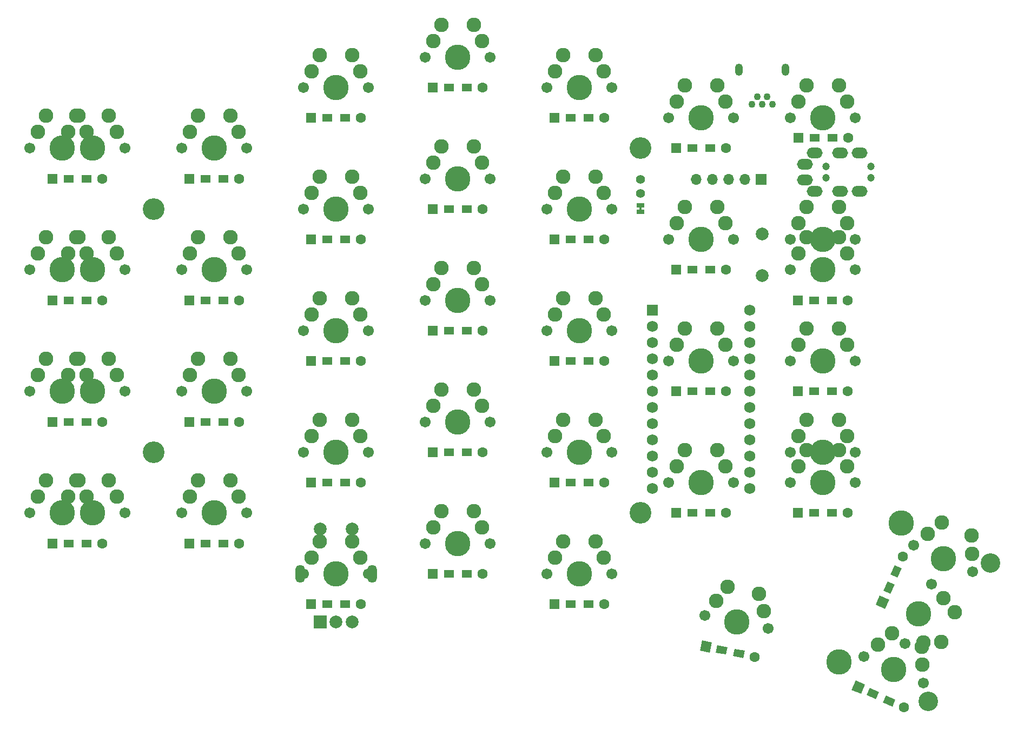
<source format=gbr>
%TF.GenerationSoftware,KiCad,Pcbnew,5.1.10*%
%TF.CreationDate,2021-06-26T14:40:23+02:00*%
%TF.ProjectId,pcb,7063622e-6b69-4636-9164-5f7063625858,rev?*%
%TF.SameCoordinates,Original*%
%TF.FileFunction,Soldermask,Bot*%
%TF.FilePolarity,Negative*%
%FSLAX46Y46*%
G04 Gerber Fmt 4.6, Leading zero omitted, Abs format (unit mm)*
G04 Created by KiCad (PCBNEW 5.1.10) date 2021-06-26 14:40:23*
%MOMM*%
%LPD*%
G01*
G04 APERTURE LIST*
%ADD10R,1.700000X1.700000*%
%ADD11O,1.700000X1.700000*%
%ADD12C,3.400000*%
%ADD13C,2.000000*%
%ADD14O,1.500000X2.800000*%
%ADD15R,2.000000X2.000000*%
%ADD16C,3.048000*%
%ADD17C,3.987800*%
%ADD18C,1.701800*%
%ADD19C,2.286000*%
%ADD20C,0.100000*%
%ADD21C,1.600000*%
%ADD22R,1.600000X1.600000*%
%ADD23R,1.600000X1.200000*%
%ADD24C,1.752600*%
%ADD25R,1.752600X1.752600*%
%ADD26C,1.397000*%
%ADD27O,2.500000X1.700000*%
%ADD28C,1.200000*%
%ADD29R,1.143000X0.635000*%
%ADD30R,0.381000X0.381000*%
%ADD31C,1.100000*%
%ADD32O,1.200000X1.900000*%
G04 APERTURE END LIST*
D10*
%TO.C,J2*%
X147515000Y-88225000D03*
D11*
X144975000Y-88225000D03*
X142435000Y-88225000D03*
X139895000Y-88225000D03*
X137355000Y-88225000D03*
%TD*%
D12*
%TO.C,H4*%
X128587500Y-140493750D03*
%TD*%
%TO.C,H3*%
X52387500Y-92868750D03*
%TD*%
%TO.C,H2*%
X52387500Y-130968750D03*
%TD*%
%TO.C,H1*%
X128587500Y-83343750D03*
%TD*%
D13*
%TO.C,SW42*%
X83462500Y-143018750D03*
X78462500Y-143018750D03*
D14*
X86562500Y-150018750D03*
X75362500Y-150018750D03*
D13*
X83462500Y-157518750D03*
X80962500Y-157518750D03*
D15*
X78462500Y-157518750D03*
%TD*%
D16*
%TO.C,REF\u002A\u002A*%
X183335279Y-148289462D03*
X173617014Y-170014915D03*
D17*
X169423686Y-142066505D03*
X159705421Y-163791959D03*
%TD*%
D18*
%TO.C,SW41*%
X174174319Y-151662802D03*
X170025681Y-160937198D03*
D19*
X175974338Y-153859261D03*
D17*
X172100000Y-156300000D03*
D19*
X175700038Y-160692918D03*
X177774357Y-156055720D03*
X172862860Y-160815058D03*
%TD*%
D20*
%TO.C,D34*%
G36*
X166053908Y-153403121D02*
G01*
X167514443Y-154056450D01*
X166861114Y-155516985D01*
X165400579Y-154863656D01*
X166053908Y-153403121D01*
G37*
D21*
X169642489Y-147339947D03*
D20*
G36*
X167257301Y-151202702D02*
G01*
X168352702Y-151692699D01*
X167699373Y-153153234D01*
X166603972Y-152663237D01*
X167257301Y-151202702D01*
G37*
G36*
X168400627Y-148646766D02*
G01*
X169496028Y-149136763D01*
X168842699Y-150597298D01*
X167747298Y-150107301D01*
X168400627Y-148646766D01*
G37*
%TD*%
%TO.C,D33*%
G36*
X163756045Y-167376910D02*
G01*
X163102716Y-168837445D01*
X161642181Y-168184116D01*
X162295510Y-166723581D01*
X163756045Y-167376910D01*
G37*
D21*
X169819219Y-170965491D03*
D20*
G36*
X165956464Y-168580303D02*
G01*
X165466467Y-169675704D01*
X164005932Y-169022375D01*
X164495929Y-167926974D01*
X165956464Y-168580303D01*
G37*
G36*
X168512400Y-169723629D02*
G01*
X168022403Y-170819030D01*
X166561868Y-170165701D01*
X167051865Y-169070300D01*
X168512400Y-169723629D01*
G37*
%TD*%
D22*
%TO.C,D32*%
X153262500Y-140493750D03*
D21*
X161062500Y-140493750D03*
D23*
X155762500Y-140493750D03*
X158562500Y-140493750D03*
%TD*%
D22*
%TO.C,D31*%
X153262500Y-121443750D03*
D21*
X161062500Y-121443750D03*
D23*
X155762500Y-121443750D03*
X158562500Y-121443750D03*
%TD*%
D22*
%TO.C,D30*%
X153262500Y-107156250D03*
D21*
X161062500Y-107156250D03*
D23*
X155762500Y-107156250D03*
X158562500Y-107156250D03*
%TD*%
D22*
%TO.C,D29*%
X153350000Y-81700000D03*
D21*
X161150000Y-81700000D03*
D23*
X155850000Y-81700000D03*
X158650000Y-81700000D03*
%TD*%
D20*
%TO.C,D28*%
G36*
X139784062Y-160787193D02*
G01*
X139451404Y-162352229D01*
X137886368Y-162019571D01*
X138219026Y-160454535D01*
X139784062Y-160787193D01*
G37*
D21*
X146464767Y-163025094D03*
D20*
G36*
X142187849Y-161502603D02*
G01*
X141938355Y-162676380D01*
X140373319Y-162343721D01*
X140622813Y-161169944D01*
X142187849Y-161502603D01*
G37*
G36*
X144926663Y-162084755D02*
G01*
X144677169Y-163258532D01*
X143112133Y-162925873D01*
X143361627Y-161752096D01*
X144926663Y-162084755D01*
G37*
%TD*%
D22*
%TO.C,D27*%
X134212500Y-140493750D03*
D21*
X142012500Y-140493750D03*
D23*
X136712500Y-140493750D03*
X139512500Y-140493750D03*
%TD*%
D22*
%TO.C,D26*%
X134212500Y-121443750D03*
D21*
X142012500Y-121443750D03*
D23*
X136712500Y-121443750D03*
X139512500Y-121443750D03*
%TD*%
D22*
%TO.C,D25*%
X134212500Y-102393750D03*
D21*
X142012500Y-102393750D03*
D23*
X136712500Y-102393750D03*
X139512500Y-102393750D03*
%TD*%
D22*
%TO.C,D24*%
X134212500Y-83343750D03*
D21*
X142012500Y-83343750D03*
D23*
X136712500Y-83343750D03*
X139512500Y-83343750D03*
%TD*%
D22*
%TO.C,D23*%
X115162500Y-154781250D03*
D21*
X122962500Y-154781250D03*
D23*
X117662500Y-154781250D03*
X120462500Y-154781250D03*
%TD*%
D22*
%TO.C,D22*%
X115162500Y-135731250D03*
D21*
X122962500Y-135731250D03*
D23*
X117662500Y-135731250D03*
X120462500Y-135731250D03*
%TD*%
D22*
%TO.C,D21*%
X115162500Y-116681250D03*
D21*
X122962500Y-116681250D03*
D23*
X117662500Y-116681250D03*
X120462500Y-116681250D03*
%TD*%
D22*
%TO.C,D20*%
X115162500Y-97631250D03*
D21*
X122962500Y-97631250D03*
D23*
X117662500Y-97631250D03*
X120462500Y-97631250D03*
%TD*%
D22*
%TO.C,D19*%
X115162500Y-78581250D03*
D21*
X122962500Y-78581250D03*
D23*
X117662500Y-78581250D03*
X120462500Y-78581250D03*
%TD*%
D22*
%TO.C,D18*%
X96112500Y-150018750D03*
D21*
X103912500Y-150018750D03*
D23*
X98612500Y-150018750D03*
X101412500Y-150018750D03*
%TD*%
D22*
%TO.C,D17*%
X96112500Y-130968750D03*
D21*
X103912500Y-130968750D03*
D23*
X98612500Y-130968750D03*
X101412500Y-130968750D03*
%TD*%
D22*
%TO.C,D16*%
X96112500Y-111918750D03*
D21*
X103912500Y-111918750D03*
D23*
X98612500Y-111918750D03*
X101412500Y-111918750D03*
%TD*%
D22*
%TO.C,D15*%
X96112500Y-92868750D03*
D21*
X103912500Y-92868750D03*
D23*
X98612500Y-92868750D03*
X101412500Y-92868750D03*
%TD*%
D22*
%TO.C,D14*%
X96112500Y-73818750D03*
D21*
X103912500Y-73818750D03*
D23*
X98612500Y-73818750D03*
X101412500Y-73818750D03*
%TD*%
D22*
%TO.C,D13*%
X77062840Y-154781900D03*
D21*
X84862840Y-154781900D03*
D23*
X79562840Y-154781900D03*
X82362840Y-154781900D03*
%TD*%
D22*
%TO.C,D12*%
X77062500Y-135731250D03*
D21*
X84862500Y-135731250D03*
D23*
X79562500Y-135731250D03*
X82362500Y-135731250D03*
%TD*%
D22*
%TO.C,D11*%
X77062500Y-116681250D03*
D21*
X84862500Y-116681250D03*
D23*
X79562500Y-116681250D03*
X82362500Y-116681250D03*
%TD*%
D22*
%TO.C,D10*%
X77062500Y-97631250D03*
D21*
X84862500Y-97631250D03*
D23*
X79562500Y-97631250D03*
X82362500Y-97631250D03*
%TD*%
D22*
%TO.C,D9*%
X77062500Y-78581250D03*
D21*
X84862500Y-78581250D03*
D23*
X79562500Y-78581250D03*
X82362500Y-78581250D03*
%TD*%
D22*
%TO.C,D8*%
X58012500Y-145256250D03*
D21*
X65812500Y-145256250D03*
D23*
X60512500Y-145256250D03*
X63312500Y-145256250D03*
%TD*%
D22*
%TO.C,D7*%
X58012500Y-126206250D03*
D21*
X65812500Y-126206250D03*
D23*
X60512500Y-126206250D03*
X63312500Y-126206250D03*
%TD*%
D22*
%TO.C,D6*%
X58012500Y-107156250D03*
D21*
X65812500Y-107156250D03*
D23*
X60512500Y-107156250D03*
X63312500Y-107156250D03*
%TD*%
D22*
%TO.C,D5*%
X58012500Y-88106250D03*
D21*
X65812500Y-88106250D03*
D23*
X60512500Y-88106250D03*
X63312500Y-88106250D03*
%TD*%
D22*
%TO.C,D4*%
X36581250Y-145256250D03*
D21*
X44381250Y-145256250D03*
D23*
X39081250Y-145256250D03*
X41881250Y-145256250D03*
%TD*%
D22*
%TO.C,D3*%
X36581250Y-126206250D03*
D21*
X44381250Y-126206250D03*
D23*
X39081250Y-126206250D03*
X41881250Y-126206250D03*
%TD*%
D22*
%TO.C,D2*%
X36581250Y-107156250D03*
D21*
X44381250Y-107156250D03*
D23*
X39081250Y-107156250D03*
X41881250Y-107156250D03*
%TD*%
D22*
%TO.C,D1*%
X36581250Y-88106250D03*
D21*
X44381250Y-88106250D03*
D23*
X39081250Y-88106250D03*
X41881250Y-88106250D03*
%TD*%
D13*
%TO.C,RSW1*%
X147638120Y-96762920D03*
X147638120Y-103262920D03*
%TD*%
D24*
%TO.C,U1*%
X145733080Y-108664890D03*
X130493080Y-136604890D03*
X145733080Y-111204890D03*
X145733080Y-113744890D03*
X145733080Y-116284890D03*
X145733080Y-118824890D03*
X145733080Y-121364890D03*
X145733080Y-123904890D03*
X145733080Y-126444890D03*
X145733080Y-128984890D03*
X145733080Y-131524890D03*
X145733080Y-134064890D03*
X145733080Y-136604890D03*
X130493080Y-134064890D03*
X130493080Y-131524890D03*
X130493080Y-128984890D03*
X130493080Y-126444890D03*
X130493080Y-123904890D03*
X130493080Y-121364890D03*
X130493080Y-118824890D03*
X130493080Y-116284890D03*
X130493080Y-113744890D03*
X130493080Y-111204890D03*
D25*
X130493080Y-108664890D03*
%TD*%
D26*
%TO.C,P2*%
X128575000Y-90425000D03*
%TD*%
D27*
%TO.C,U2*%
X154350000Y-85850000D03*
X155850000Y-90050000D03*
X159850000Y-90050000D03*
X162850000Y-90050000D03*
D28*
X157650000Y-87950000D03*
X164650000Y-87950000D03*
D27*
X159850000Y-84100000D03*
X162850000Y-84100000D03*
X154350000Y-88300000D03*
X155850000Y-84100000D03*
D28*
X164650000Y-86200000D03*
X157650000Y-86200000D03*
%TD*%
D18*
%TO.C,SW40*%
X152082500Y-135731250D03*
X162242500Y-135731250D03*
D19*
X153352500Y-133191250D03*
D17*
X157162500Y-135731250D03*
D19*
X159702500Y-130651250D03*
X154622500Y-130651250D03*
X160972500Y-133191250D03*
%TD*%
D18*
%TO.C,SW39*%
X152082500Y-102393750D03*
X162242500Y-102393750D03*
D19*
X153352500Y-99853750D03*
D17*
X157162500Y-102393750D03*
D19*
X159702500Y-97313750D03*
X154622500Y-97313750D03*
X160972500Y-99853750D03*
%TD*%
D18*
%TO.C,SW38*%
X171345337Y-145561819D03*
X180619733Y-149710457D03*
D19*
X173541796Y-143761800D03*
D17*
X175982535Y-147636138D03*
D19*
X180375453Y-144036100D03*
X175738255Y-141961781D03*
X180497593Y-146873278D03*
%TD*%
D18*
%TO.C,SW37*%
X163566642Y-162951310D03*
X172841038Y-167099948D03*
D19*
X165763101Y-161151291D03*
D17*
X168203840Y-165025629D03*
D19*
X172596758Y-161425591D03*
X167959560Y-159351272D03*
X172718898Y-164262769D03*
%TD*%
D18*
%TO.C,SW36*%
X152082500Y-130968750D03*
X162242500Y-130968750D03*
D19*
X153352500Y-128428750D03*
D17*
X157162500Y-130968750D03*
D19*
X159702500Y-125888750D03*
X154622500Y-125888750D03*
X160972500Y-128428750D03*
%TD*%
D18*
%TO.C,SW35*%
X152082500Y-116681250D03*
X162242500Y-116681250D03*
D19*
X153352500Y-114141250D03*
D17*
X157162500Y-116681250D03*
D19*
X159702500Y-111601250D03*
X154622500Y-111601250D03*
X160972500Y-114141250D03*
%TD*%
D18*
%TO.C,SW34*%
X152082500Y-97631250D03*
X162242500Y-97631250D03*
D19*
X153352500Y-95091250D03*
D17*
X157162500Y-97631250D03*
D19*
X159702500Y-92551250D03*
X154622500Y-92551250D03*
X160972500Y-95091250D03*
%TD*%
D18*
%TO.C,SW33*%
X152082500Y-78581250D03*
X162242500Y-78581250D03*
D19*
X153352500Y-76041250D03*
D17*
X157162500Y-78581250D03*
D19*
X159702500Y-73501250D03*
X154622500Y-73501250D03*
X160972500Y-76041250D03*
%TD*%
D18*
%TO.C,SW32*%
X138671181Y-156499619D03*
X148609161Y-158612001D03*
D19*
X140441524Y-154279172D03*
D17*
X143640171Y-157555810D03*
D19*
X147180857Y-153114916D03*
X142211867Y-152058724D03*
X147895009Y-155863459D03*
%TD*%
D18*
%TO.C,SW31*%
X133032500Y-135731250D03*
X143192500Y-135731250D03*
D19*
X134302500Y-133191250D03*
D17*
X138112500Y-135731250D03*
D19*
X140652500Y-130651250D03*
X135572500Y-130651250D03*
X141922500Y-133191250D03*
%TD*%
D18*
%TO.C,SW30*%
X133032500Y-116681250D03*
X143192500Y-116681250D03*
D19*
X134302500Y-114141250D03*
D17*
X138112500Y-116681250D03*
D19*
X140652500Y-111601250D03*
X135572500Y-111601250D03*
X141922500Y-114141250D03*
%TD*%
D18*
%TO.C,SW29*%
X133032500Y-97631250D03*
X143192500Y-97631250D03*
D19*
X134302500Y-95091250D03*
D17*
X138112500Y-97631250D03*
D19*
X140652500Y-92551250D03*
X135572500Y-92551250D03*
X141922500Y-95091250D03*
%TD*%
D18*
%TO.C,SW28*%
X133032500Y-78581250D03*
X143192500Y-78581250D03*
D19*
X134302500Y-76041250D03*
D17*
X138112500Y-78581250D03*
D19*
X140652500Y-73501250D03*
X135572500Y-73501250D03*
X141922500Y-76041250D03*
%TD*%
D18*
%TO.C,SW27*%
X113982500Y-150018750D03*
X124142500Y-150018750D03*
D19*
X115252500Y-147478750D03*
D17*
X119062500Y-150018750D03*
D19*
X121602500Y-144938750D03*
X116522500Y-144938750D03*
X122872500Y-147478750D03*
%TD*%
D18*
%TO.C,SW26*%
X113982500Y-130968750D03*
X124142500Y-130968750D03*
D19*
X115252500Y-128428750D03*
D17*
X119062500Y-130968750D03*
D19*
X121602500Y-125888750D03*
X116522500Y-125888750D03*
X122872500Y-128428750D03*
%TD*%
D18*
%TO.C,SW25*%
X113982500Y-111918750D03*
X124142500Y-111918750D03*
D19*
X115252500Y-109378750D03*
D17*
X119062500Y-111918750D03*
D19*
X121602500Y-106838750D03*
X116522500Y-106838750D03*
X122872500Y-109378750D03*
%TD*%
D18*
%TO.C,SW24*%
X113982500Y-92868750D03*
X124142500Y-92868750D03*
D19*
X115252500Y-90328750D03*
D17*
X119062500Y-92868750D03*
D19*
X121602500Y-87788750D03*
X116522500Y-87788750D03*
X122872500Y-90328750D03*
%TD*%
D18*
%TO.C,SW23*%
X113982500Y-73818750D03*
X124142500Y-73818750D03*
D19*
X115252500Y-71278750D03*
D17*
X119062500Y-73818750D03*
D19*
X121602500Y-68738750D03*
X116522500Y-68738750D03*
X122872500Y-71278750D03*
%TD*%
D18*
%TO.C,SW22*%
X94932500Y-145256250D03*
X105092500Y-145256250D03*
D19*
X96202500Y-142716250D03*
D17*
X100012500Y-145256250D03*
D19*
X102552500Y-140176250D03*
X97472500Y-140176250D03*
X103822500Y-142716250D03*
%TD*%
D18*
%TO.C,SW21*%
X94932500Y-126206250D03*
X105092500Y-126206250D03*
D19*
X96202500Y-123666250D03*
D17*
X100012500Y-126206250D03*
D19*
X102552500Y-121126250D03*
X97472500Y-121126250D03*
X103822500Y-123666250D03*
%TD*%
D18*
%TO.C,SW20*%
X94932500Y-107156250D03*
X105092500Y-107156250D03*
D19*
X96202500Y-104616250D03*
D17*
X100012500Y-107156250D03*
D19*
X102552500Y-102076250D03*
X97472500Y-102076250D03*
X103822500Y-104616250D03*
%TD*%
D18*
%TO.C,SW19*%
X94932500Y-88106250D03*
X105092500Y-88106250D03*
D19*
X96202500Y-85566250D03*
D17*
X100012500Y-88106250D03*
D19*
X102552500Y-83026250D03*
X97472500Y-83026250D03*
X103822500Y-85566250D03*
%TD*%
D18*
%TO.C,SW18*%
X94932500Y-69056250D03*
X105092500Y-69056250D03*
D19*
X96202500Y-66516250D03*
D17*
X100012500Y-69056250D03*
D19*
X102552500Y-63976250D03*
X97472500Y-63976250D03*
X103822500Y-66516250D03*
%TD*%
D18*
%TO.C,SW17*%
X75882500Y-150018750D03*
X86042500Y-150018750D03*
D19*
X77152500Y-147478750D03*
D17*
X80962500Y-150018750D03*
D19*
X83502500Y-144938750D03*
X78422500Y-144938750D03*
X84772500Y-147478750D03*
%TD*%
D18*
%TO.C,SW16*%
X75882500Y-130968750D03*
X86042500Y-130968750D03*
D19*
X77152500Y-128428750D03*
D17*
X80962500Y-130968750D03*
D19*
X83502500Y-125888750D03*
X78422500Y-125888750D03*
X84772500Y-128428750D03*
%TD*%
D18*
%TO.C,SW15*%
X75882500Y-111918750D03*
X86042500Y-111918750D03*
D19*
X77152500Y-109378750D03*
D17*
X80962500Y-111918750D03*
D19*
X83502500Y-106838750D03*
X78422500Y-106838750D03*
X84772500Y-109378750D03*
%TD*%
D18*
%TO.C,SW14*%
X75882500Y-92868750D03*
X86042500Y-92868750D03*
D19*
X77152500Y-90328750D03*
D17*
X80962500Y-92868750D03*
D19*
X83502500Y-87788750D03*
X78422500Y-87788750D03*
X84772500Y-90328750D03*
%TD*%
D18*
%TO.C,SW13*%
X75882500Y-73818750D03*
X86042500Y-73818750D03*
D19*
X77152500Y-71278750D03*
D17*
X80962500Y-73818750D03*
D19*
X83502500Y-68738750D03*
X78422500Y-68738750D03*
X84772500Y-71278750D03*
%TD*%
D18*
%TO.C,SW12*%
X56832500Y-140493750D03*
X66992500Y-140493750D03*
D19*
X58102500Y-137953750D03*
D17*
X61912500Y-140493750D03*
D19*
X64452500Y-135413750D03*
X59372500Y-135413750D03*
X65722500Y-137953750D03*
%TD*%
D18*
%TO.C,SW11*%
X56832500Y-121443750D03*
X66992500Y-121443750D03*
D19*
X58102500Y-118903750D03*
D17*
X61912500Y-121443750D03*
D19*
X64452500Y-116363750D03*
X59372500Y-116363750D03*
X65722500Y-118903750D03*
%TD*%
D18*
%TO.C,SW10*%
X56832500Y-102393750D03*
X66992500Y-102393750D03*
D19*
X58102500Y-99853750D03*
D17*
X61912500Y-102393750D03*
D19*
X64452500Y-97313750D03*
X59372500Y-97313750D03*
X65722500Y-99853750D03*
%TD*%
D18*
%TO.C,SW9*%
X56832500Y-83343750D03*
X66992500Y-83343750D03*
D19*
X58102500Y-80803750D03*
D17*
X61912500Y-83343750D03*
D19*
X64452500Y-78263750D03*
X59372500Y-78263750D03*
X65722500Y-80803750D03*
%TD*%
D18*
%TO.C,SW8*%
X37782500Y-140493750D03*
X47942500Y-140493750D03*
D19*
X39052500Y-137953750D03*
D17*
X42862500Y-140493750D03*
D19*
X45402500Y-135413750D03*
X40322500Y-135413750D03*
X46672500Y-137953750D03*
%TD*%
D18*
%TO.C,SW7*%
X37782500Y-121443750D03*
X47942500Y-121443750D03*
D19*
X39052500Y-118903750D03*
D17*
X42862500Y-121443750D03*
D19*
X45402500Y-116363750D03*
X40322500Y-116363750D03*
X46672500Y-118903750D03*
%TD*%
D18*
%TO.C,SW6*%
X37782500Y-102393750D03*
X47942500Y-102393750D03*
D19*
X39052500Y-99853750D03*
D17*
X42862500Y-102393750D03*
D19*
X45402500Y-97313750D03*
X40322500Y-97313750D03*
X46672500Y-99853750D03*
%TD*%
D18*
%TO.C,SW5*%
X37782500Y-83343750D03*
X47942500Y-83343750D03*
D19*
X39052500Y-80803750D03*
D17*
X42862500Y-83343750D03*
D19*
X45402500Y-78263750D03*
X40322500Y-78263750D03*
X46672500Y-80803750D03*
%TD*%
D18*
%TO.C,SW4*%
X33020000Y-140493750D03*
X43180000Y-140493750D03*
D19*
X34290000Y-137953750D03*
D17*
X38100000Y-140493750D03*
D19*
X40640000Y-135413750D03*
X35560000Y-135413750D03*
X41910000Y-137953750D03*
%TD*%
D18*
%TO.C,SW3*%
X33020000Y-121443750D03*
X43180000Y-121443750D03*
D19*
X34290000Y-118903750D03*
D17*
X38100000Y-121443750D03*
D19*
X40640000Y-116363750D03*
X35560000Y-116363750D03*
X41910000Y-118903750D03*
%TD*%
D18*
%TO.C,SW2*%
X33020000Y-102393750D03*
X43180000Y-102393750D03*
D19*
X34290000Y-99853750D03*
D17*
X38100000Y-102393750D03*
D19*
X40640000Y-97313750D03*
X35560000Y-97313750D03*
X41910000Y-99853750D03*
%TD*%
D18*
%TO.C,SW1*%
X33020000Y-83343750D03*
X43180000Y-83343750D03*
D19*
X34290000Y-80803750D03*
D17*
X38100000Y-83343750D03*
D19*
X40640000Y-78263750D03*
X35560000Y-78263750D03*
X41910000Y-80803750D03*
%TD*%
D26*
%TO.C,P1*%
X128575000Y-88200000D03*
%TD*%
D29*
%TO.C,JP1*%
X128575000Y-93275380D03*
X128575000Y-92274620D03*
D30*
X128575000Y-92775000D03*
%TD*%
D31*
%TO.C,J1*%
X149250000Y-76450000D03*
X148450000Y-75250000D03*
X147650000Y-76450000D03*
X146850000Y-75250000D03*
X146050000Y-76450000D03*
D32*
X151300000Y-71030000D03*
X144000000Y-71030000D03*
%TD*%
M02*

</source>
